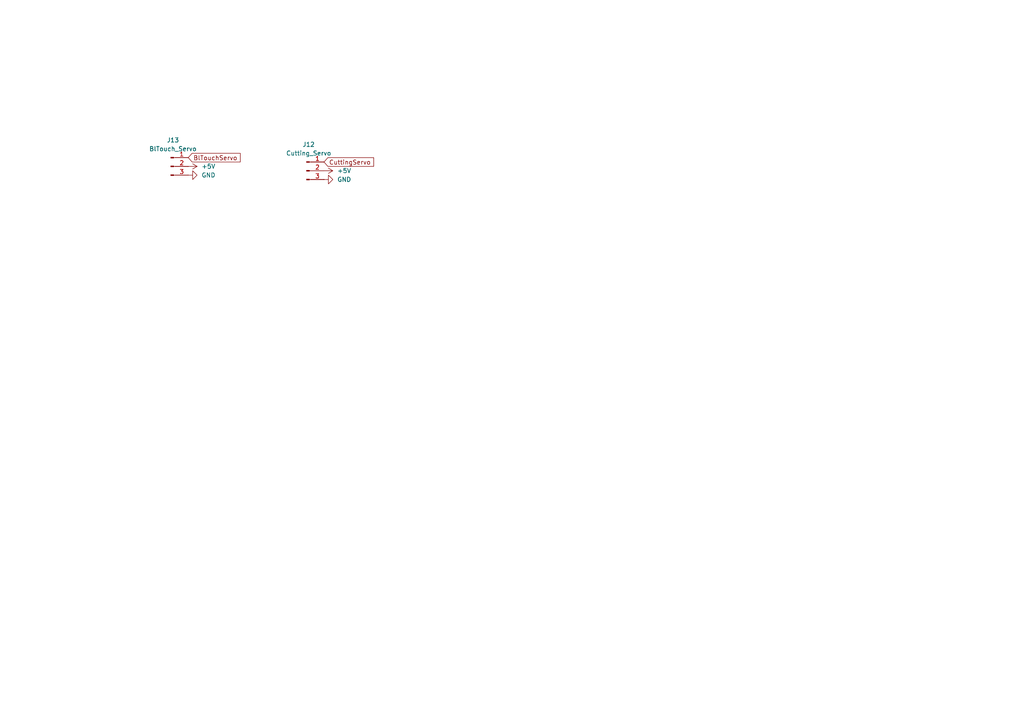
<source format=kicad_sch>
(kicad_sch (version 20231120) (generator "eeschema") (generator_version "8.0")
  (paper "A4")
  (lib_symbols
    (symbol "Connector:Conn_01x03_Pin" (pin_names (offset 1.016) hide)
      (property "Reference" "J" (at 0 5.08 0))
      (property "Value" "Conn_01x03_Pin" (at 0 -5.08 0))
      (symbol "Conn_01x03_Pin_1_1"
        (polyline (pts (xy 1.27 -2.54) (xy 0.8636 -2.54)) (stroke (width 0.1524)))
        (polyline (pts (xy 1.27 0) (xy 0.8636 0)) (stroke (width 0.1524)))
        (polyline (pts (xy 1.27 2.54) (xy 0.8636 2.54)) (stroke (width 0.1524)))
        (rectangle (start 0.8636 -2.413) (end 0 -2.667) (stroke (width 0.1524)) (fill (type outline)))
        (rectangle (start 0.8636 0.127) (end 0 -0.127) (stroke (width 0.1524)) (fill (type outline)))
        (rectangle (start 0.8636 2.667) (end 0 2.413) (stroke (width 0.1524)) (fill (type outline)))
        (pin passive line (at 5.08 2.54 180) (length 3.81) (name "Pin_1") (number "1"))
        (pin passive line (at 5.08 0 180) (length 3.81) (name "Pin_2") (number "2"))
        (pin passive line (at 5.08 -2.54 180) (length 3.81) (name "Pin_3") (number "3"))
      )
    )
    (symbol "power:+5V" (power) (pin_numbers hide) (pin_names (offset 0) hide)
      (property "Value" "+5V" (at 0 3.556 0))
      (symbol "+5V_0_1"
        (polyline (pts (xy -0.762 1.27) (xy 0 2.54)))
        (polyline (pts (xy 0 0) (xy 0 2.54)))
        (polyline (pts (xy 0 2.54) (xy 0.762 1.27)))
      )
      (symbol "+5V_1_1"
        (pin power_in line (at 0 0 90) (length 0) (name "~") (number "1"))
      )
    )
    (symbol "power:GND" (power) (pin_numbers hide) (pin_names (offset 0) hide)
      (property "Value" "GND" (at 0 -3.81 0))
      (symbol "GND_0_1"
        (polyline (pts (xy 0 0) (xy 0 -1.27) (xy 1.27 -1.27) (xy 0 -2.54) (xy -1.27 -1.27) (xy 0 -1.27)))
      )
      (symbol "GND_1_1"
        (pin power_in line (at 0 0 270) (length 0) (name "~") (number "1"))
      )
    )
  )
  (global_label "BlTouchServo" (shape input) (at 54.61 45.72 0) (property "Intersheetrefs" "${INTERSHEET_REFS}" (effects (hide yes))))
  (global_label "CuttingServo" (shape input) (at 93.98 46.99 0) (property "Intersheetrefs" "${INTERSHEET_REFS}" (effects (hide yes))))
  (symbol (lib_id "Connector:Conn_01x03_Pin") (at 88.9 49.53 0) (unit 1)
    (property "Reference" "J12" (at 89.535 41.91 0))
    (property "Value" "Cutting_Servo" (at 89.535 44.45 0))
    (property "Description" "Generic connector, single row, 01x03, script generated" (effects (hide yes)))
  )
  (symbol (lib_id "power:+5V") (at 54.61 48.26 270) (unit 1)
    (property "Reference" "#PWR055" (effects (hide yes)))
    (property "Value" "+5V" (at 58.42 48.2599 90) (effects (justify left)))
    (property "Description" "Power symbol creates a global label with name \"+5V\"" (effects (hide yes)))
  )
  (symbol (lib_id "Connector:Conn_01x03_Pin") (at 49.53 48.26 0) (unit 1)
    (property "Reference" "J13" (at 50.165 40.64 0))
    (property "Value" "BlTouch_Servo" (at 50.165 43.18 0))
    (property "Description" "Generic connector, single row, 01x03, script generated" (effects (hide yes)))
  )
  (symbol (lib_id "power:GND") (at 93.98 52.07 90) (unit 1)
    (property "Reference" "#PWR065" (effects (hide yes)))
    (property "Value" "GND" (at 97.79 52.0699 90) (effects (justify right)))
    (property "Description" "Power symbol creates a global label with name \"GND\" , ground" (effects (hide yes)))
  )
  (symbol (lib_id "power:+5V") (at 93.98 49.53 270) (unit 1)
    (property "Reference" "#PWR064" (effects (hide yes)))
    (property "Value" "+5V" (at 97.79 49.5299 90) (effects (justify left)))
    (property "Description" "Power symbol creates a global label with name \"+5V\"" (effects (hide yes)))
  )
  (symbol (lib_id "power:GND") (at 54.61 50.8 90) (unit 1)
    (property "Reference" "#PWR063" (effects (hide yes)))
    (property "Value" "GND" (at 58.42 50.7999 90) (effects (justify right)))
    (property "Description" "Power symbol creates a global label with name \"GND\" , ground" (effects (hide yes)))
  )
)
</source>
